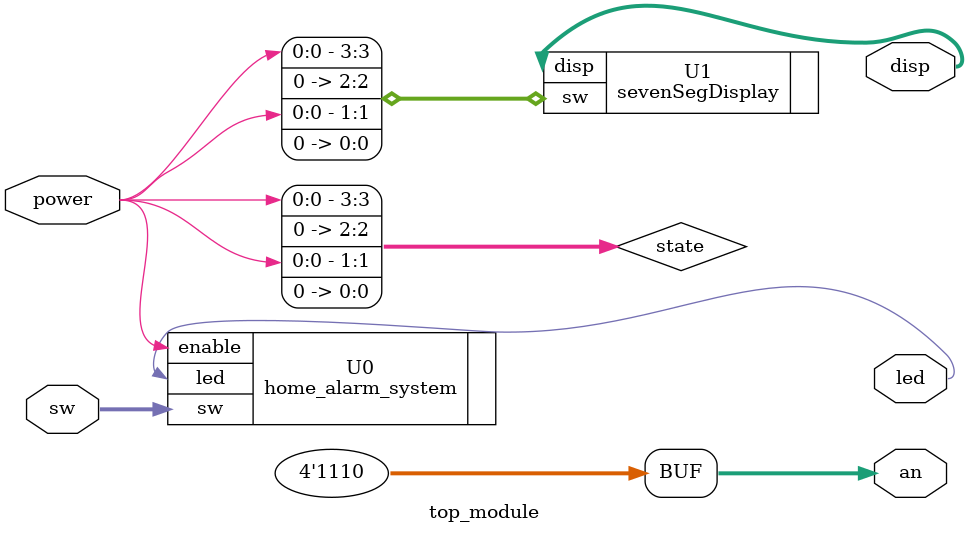
<source format=sv>
`timescale 1ns / 1ps


module top_module(
    input [3:0] sw, // sw[0] - sw[3] are the sensors.
    input power,
    output logic [3:0] an,
    output logic [6:0] disp,
    output logic led
    );
    
    // Only left 7-seg display is active
    assign an = 4'b1110;
    
    // (A)16 = (1010)2
    // (0)16 = (0000)2 
    logic [3:0] state;
    assign state =  {power, 1'b0, power, 1'b0};
    
    // Instianting modules.
    home_alarm_system U0(.sw(sw), .enable(power), .led(led));
    sevenSegDisplay U1(.sw(state), .disp(disp));
    
endmodule

</source>
